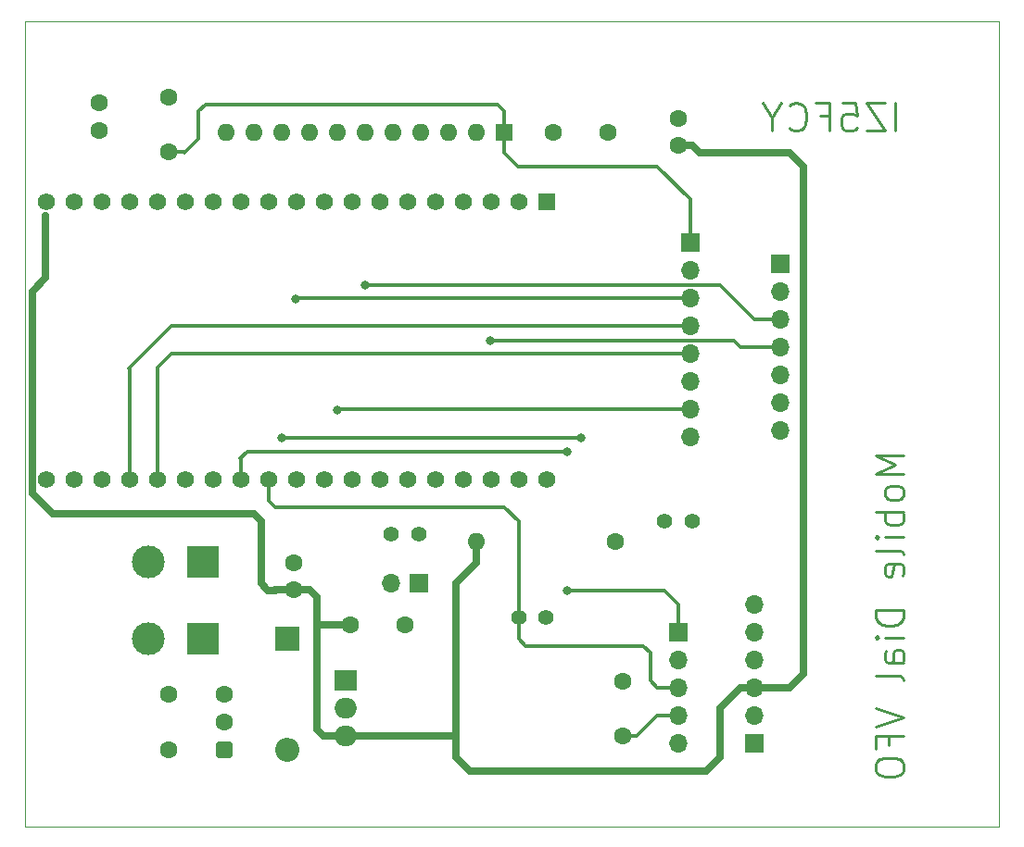
<source format=gbr>
%TF.GenerationSoftware,KiCad,Pcbnew,(6.0.5)*%
%TF.CreationDate,2022-11-22T17:26:58+01:00*%
%TF.ProjectId,VFOsys_FCY_2,56464f73-7973-45f4-9643-595f322e6b69,rev?*%
%TF.SameCoordinates,Original*%
%TF.FileFunction,Copper,L2,Bot*%
%TF.FilePolarity,Positive*%
%FSLAX45Y45*%
G04 Gerber Fmt 4.5, Leading zero omitted, Abs format (unit mm)*
G04 Created by KiCad (PCBNEW (6.0.5)) date 2022-11-22 17:26:58*
%MOMM*%
%LPD*%
G01*
G04 APERTURE LIST*
G04 Aperture macros list*
%AMRoundRect*
0 Rectangle with rounded corners*
0 $1 Rounding radius*
0 $2 $3 $4 $5 $6 $7 $8 $9 X,Y pos of 4 corners*
0 Add a 4 corners polygon primitive as box body*
4,1,4,$2,$3,$4,$5,$6,$7,$8,$9,$2,$3,0*
0 Add four circle primitives for the rounded corners*
1,1,$1+$1,$2,$3*
1,1,$1+$1,$4,$5*
1,1,$1+$1,$6,$7*
1,1,$1+$1,$8,$9*
0 Add four rect primitives between the rounded corners*
20,1,$1+$1,$2,$3,$4,$5,0*
20,1,$1+$1,$4,$5,$6,$7,0*
20,1,$1+$1,$6,$7,$8,$9,0*
20,1,$1+$1,$8,$9,$2,$3,0*%
G04 Aperture macros list end*
%TA.AperFunction,Profile*%
%ADD10C,0.100000*%
%TD*%
%ADD11C,0.254000*%
%TA.AperFunction,NonConductor*%
%ADD12C,0.254000*%
%TD*%
%TA.AperFunction,ComponentPad*%
%ADD13R,1.700000X1.700000*%
%TD*%
%TA.AperFunction,ComponentPad*%
%ADD14O,1.700000X1.700000*%
%TD*%
%TA.AperFunction,ComponentPad*%
%ADD15C,1.600000*%
%TD*%
%TA.AperFunction,ComponentPad*%
%ADD16R,3.000000X3.000000*%
%TD*%
%TA.AperFunction,ComponentPad*%
%ADD17C,3.000000*%
%TD*%
%TA.AperFunction,ComponentPad*%
%ADD18R,2.000000X1.905000*%
%TD*%
%TA.AperFunction,ComponentPad*%
%ADD19O,2.000000X1.905000*%
%TD*%
%TA.AperFunction,ComponentPad*%
%ADD20RoundRect,0.400000X-0.400000X-0.400000X0.400000X-0.400000X0.400000X0.400000X-0.400000X0.400000X0*%
%TD*%
%TA.AperFunction,ComponentPad*%
%ADD21R,2.200000X2.200000*%
%TD*%
%TA.AperFunction,ComponentPad*%
%ADD22O,2.200000X2.200000*%
%TD*%
%TA.AperFunction,ComponentPad*%
%ADD23C,1.400000*%
%TD*%
%TA.AperFunction,ComponentPad*%
%ADD24R,1.600000X1.600000*%
%TD*%
%TA.AperFunction,ComponentPad*%
%ADD25O,1.600000X1.600000*%
%TD*%
%TA.AperFunction,ComponentPad*%
%ADD26R,1.560000X1.560000*%
%TD*%
%TA.AperFunction,ComponentPad*%
%ADD27C,1.560000*%
%TD*%
%TA.AperFunction,ComponentPad*%
%ADD28C,1.562100*%
%TD*%
%TA.AperFunction,ViaPad*%
%ADD29C,0.800000*%
%TD*%
%TA.AperFunction,Conductor*%
%ADD30C,0.304800*%
%TD*%
%TA.AperFunction,Conductor*%
%ADD31C,0.635000*%
%TD*%
G04 APERTURE END LIST*
D10*
X10160000Y-13843000D02*
X10160000Y-6477000D01*
X19062700Y-6477000D02*
X19062700Y-13843000D01*
X10160000Y-6477000D02*
X19062700Y-6477000D01*
X19062700Y-13843000D02*
X10160000Y-13843000D01*
D11*
D12*
X18112619Y-7480905D02*
X18112619Y-7226905D01*
X18015857Y-7226905D02*
X17846524Y-7226905D01*
X18015857Y-7480905D01*
X17846524Y-7480905D01*
X17628810Y-7226905D02*
X17749762Y-7226905D01*
X17761857Y-7347857D01*
X17749762Y-7335762D01*
X17725571Y-7323667D01*
X17665095Y-7323667D01*
X17640905Y-7335762D01*
X17628810Y-7347857D01*
X17616714Y-7372048D01*
X17616714Y-7432524D01*
X17628810Y-7456714D01*
X17640905Y-7468809D01*
X17665095Y-7480905D01*
X17725571Y-7480905D01*
X17749762Y-7468809D01*
X17761857Y-7456714D01*
X17423190Y-7347857D02*
X17507857Y-7347857D01*
X17507857Y-7480905D02*
X17507857Y-7226905D01*
X17386905Y-7226905D01*
X17145000Y-7456714D02*
X17157095Y-7468809D01*
X17193381Y-7480905D01*
X17217571Y-7480905D01*
X17253857Y-7468809D01*
X17278048Y-7444619D01*
X17290143Y-7420428D01*
X17302238Y-7372048D01*
X17302238Y-7335762D01*
X17290143Y-7287381D01*
X17278048Y-7263190D01*
X17253857Y-7239000D01*
X17217571Y-7226905D01*
X17193381Y-7226905D01*
X17157095Y-7239000D01*
X17145000Y-7251095D01*
X16987762Y-7359952D02*
X16987762Y-7480905D01*
X17072429Y-7226905D02*
X16987762Y-7359952D01*
X16903095Y-7226905D01*
D11*
D12*
X18187005Y-10449076D02*
X17933005Y-10449076D01*
X18114433Y-10533743D01*
X17933005Y-10618410D01*
X18187005Y-10618410D01*
X18187005Y-10775648D02*
X18174910Y-10751457D01*
X18162814Y-10739362D01*
X18138624Y-10727267D01*
X18066052Y-10727267D01*
X18041862Y-10739362D01*
X18029767Y-10751457D01*
X18017671Y-10775648D01*
X18017671Y-10811933D01*
X18029767Y-10836124D01*
X18041862Y-10848219D01*
X18066052Y-10860314D01*
X18138624Y-10860314D01*
X18162814Y-10848219D01*
X18174910Y-10836124D01*
X18187005Y-10811933D01*
X18187005Y-10775648D01*
X18187005Y-10969171D02*
X17933005Y-10969171D01*
X18029767Y-10969171D02*
X18017671Y-10993362D01*
X18017671Y-11041743D01*
X18029767Y-11065933D01*
X18041862Y-11078029D01*
X18066052Y-11090124D01*
X18138624Y-11090124D01*
X18162814Y-11078029D01*
X18174910Y-11065933D01*
X18187005Y-11041743D01*
X18187005Y-10993362D01*
X18174910Y-10969171D01*
X18187005Y-11198981D02*
X18017671Y-11198981D01*
X17933005Y-11198981D02*
X17945100Y-11186886D01*
X17957195Y-11198981D01*
X17945100Y-11211076D01*
X17933005Y-11198981D01*
X17957195Y-11198981D01*
X18187005Y-11356219D02*
X18174910Y-11332028D01*
X18150719Y-11319933D01*
X17933005Y-11319933D01*
X18174910Y-11549743D02*
X18187005Y-11525552D01*
X18187005Y-11477171D01*
X18174910Y-11452981D01*
X18150719Y-11440886D01*
X18053957Y-11440886D01*
X18029767Y-11452981D01*
X18017671Y-11477171D01*
X18017671Y-11525552D01*
X18029767Y-11549743D01*
X18053957Y-11561838D01*
X18078148Y-11561838D01*
X18102338Y-11440886D01*
X18187005Y-11864219D02*
X17933005Y-11864219D01*
X17933005Y-11924695D01*
X17945100Y-11960981D01*
X17969290Y-11985171D01*
X17993481Y-11997267D01*
X18041862Y-12009362D01*
X18078148Y-12009362D01*
X18126529Y-11997267D01*
X18150719Y-11985171D01*
X18174910Y-11960981D01*
X18187005Y-11924695D01*
X18187005Y-11864219D01*
X18187005Y-12118219D02*
X18017671Y-12118219D01*
X17933005Y-12118219D02*
X17945100Y-12106124D01*
X17957195Y-12118219D01*
X17945100Y-12130314D01*
X17933005Y-12118219D01*
X17957195Y-12118219D01*
X18187005Y-12348028D02*
X18053957Y-12348028D01*
X18029767Y-12335933D01*
X18017671Y-12311743D01*
X18017671Y-12263362D01*
X18029767Y-12239171D01*
X18174910Y-12348028D02*
X18187005Y-12323838D01*
X18187005Y-12263362D01*
X18174910Y-12239171D01*
X18150719Y-12227076D01*
X18126529Y-12227076D01*
X18102338Y-12239171D01*
X18090243Y-12263362D01*
X18090243Y-12323838D01*
X18078148Y-12348028D01*
X18187005Y-12505267D02*
X18174910Y-12481076D01*
X18150719Y-12468981D01*
X17933005Y-12468981D01*
X17933005Y-12759267D02*
X18187005Y-12843933D01*
X17933005Y-12928600D01*
X18053957Y-13097933D02*
X18053957Y-13013267D01*
X18187005Y-13013267D02*
X17933005Y-13013267D01*
X17933005Y-13134219D01*
X17933005Y-13279362D02*
X17933005Y-13327743D01*
X17945100Y-13351933D01*
X17969290Y-13376124D01*
X18017671Y-13388219D01*
X18102338Y-13388219D01*
X18150719Y-13376124D01*
X18174910Y-13351933D01*
X18187005Y-13327743D01*
X18187005Y-13279362D01*
X18174910Y-13255171D01*
X18150719Y-13230981D01*
X18102338Y-13218886D01*
X18017671Y-13218886D01*
X17969290Y-13230981D01*
X17945100Y-13255171D01*
X17933005Y-13279362D01*
D13*
%TO.P,J5,1,Pin_1*%
%TO.N,GND*%
X13761524Y-11617637D03*
D14*
%TO.P,J5,2,Pin_2*%
%TO.N,Net-(C9-Pad1)*%
X13507524Y-11617637D03*
%TD*%
D15*
%TO.P,C10,1*%
%TO.N,Net-(C10-Pad1)*%
X15621000Y-13017500D03*
%TO.P,C10,2*%
%TO.N,GND*%
X15621000Y-12517500D03*
%TD*%
D13*
%TO.P,J3,1,Pin_1*%
%TO.N,Net-(C7-Pad1)*%
X16129000Y-12065500D03*
D14*
%TO.P,J3,2,Pin_2*%
%TO.N,GND*%
X16129000Y-12319500D03*
%TO.P,J3,3,Pin_3*%
%TO.N,Net-(C8-Pad1)*%
X16129000Y-12573500D03*
%TO.P,J3,4,Pin_4*%
%TO.N,Net-(C10-Pad1)*%
X16129000Y-12827500D03*
%TO.P,J3,5,Pin_5*%
%TO.N,GND*%
X16129000Y-13081500D03*
%TD*%
D16*
%TO.P,J11,1,Pin_1*%
%TO.N,Net-(J11-Pad1)*%
X11788526Y-11427137D03*
D17*
%TO.P,J11,2,Pin_2*%
%TO.N,GND*%
X11288526Y-11427137D03*
%TD*%
D13*
%TO.P,J8,1,Pin_1*%
%TO.N,GND*%
X16827500Y-13081000D03*
D14*
%TO.P,J8,2,Pin_2*%
%TO.N,unconnected-(J8-Pad2)*%
X16827500Y-12827000D03*
%TO.P,J8,3,Pin_3*%
%TO.N,Net-(C1-Pad1)*%
X16827500Y-12573000D03*
%TO.P,J8,4,Pin_4*%
%TO.N,unconnected-(J8-Pad4)*%
X16827500Y-12319000D03*
%TO.P,J8,5,Pin_5*%
%TO.N,Net-(C8-Pad1)*%
X16827500Y-12065000D03*
%TO.P,J8,6,Pin_6*%
%TO.N,Net-(C7-Pad1)*%
X16827500Y-11811000D03*
%TD*%
D16*
%TO.P,J1,1,Pin_1*%
%TO.N,Net-(J1-Pad1)*%
X11788526Y-12125637D03*
D17*
%TO.P,J1,2,Pin_2*%
%TO.N,GND*%
X11288526Y-12125637D03*
%TD*%
D18*
%TO.P,U1,1,VI*%
%TO.N,Net-(D1-Pad1)*%
X13092026Y-12506637D03*
D19*
%TO.P,U1,2,GND*%
%TO.N,GND*%
X13092026Y-12760637D03*
%TO.P,U1,3,VO*%
%TO.N,Net-(C1-Pad1)*%
X13092026Y-13014637D03*
%TD*%
D13*
%TO.P,J4,1,Pin_1*%
%TO.N,Net-(C5-Pad1)*%
X17063027Y-8696637D03*
D14*
%TO.P,J4,2,Pin_2*%
%TO.N,GND*%
X17063027Y-8950637D03*
%TO.P,J4,3,Pin_3*%
%TO.N,Net-(J4-Pad3)*%
X17063027Y-9204637D03*
%TO.P,J4,4,Pin_4*%
%TO.N,Net-(J4-Pad4)*%
X17063027Y-9458637D03*
%TO.P,J4,5,Pin_5*%
%TO.N,unconnected-(J4-Pad5)*%
X17063027Y-9712637D03*
%TO.P,J4,6,Pin_6*%
%TO.N,unconnected-(J4-Pad6)*%
X17063027Y-9966637D03*
%TO.P,J4,7,Pin_7*%
%TO.N,unconnected-(J4-Pad7)*%
X17063027Y-10220637D03*
%TD*%
D15*
%TO.P,SW1,*%
%TO.N,*%
X11476025Y-13141637D03*
X11476025Y-12633637D03*
D20*
%TO.P,SW1,1,A*%
%TO.N,Net-(J1-Pad1)*%
X11984025Y-13141637D03*
D15*
%TO.P,SW1,2,B*%
%TO.N,Net-(D1-Pad2)*%
X11984025Y-12887637D03*
%TO.P,SW1,3,C*%
%TO.N,Net-(J11-Pad1)*%
X11984025Y-12633637D03*
%TD*%
D21*
%TO.P,D1,1,K*%
%TO.N,Net-(D1-Pad1)*%
X12554527Y-12125637D03*
D22*
%TO.P,D1,2,A*%
%TO.N,Net-(D1-Pad2)*%
X12554527Y-13141637D03*
%TD*%
D23*
%TO.P,C8,1*%
%TO.N,Net-(C8-Pad1)*%
X14670499Y-11935137D03*
%TO.P,C8,2*%
%TO.N,GND*%
X14920499Y-11935137D03*
%TD*%
D15*
%TO.P,C2,1*%
%TO.N,Net-(C1-Pad1)*%
X12618027Y-11679138D03*
%TO.P,C2,2*%
%TO.N,GND*%
X12618027Y-11429138D03*
%TD*%
%TO.P,C3,1*%
%TO.N,Net-(C1-Pad1)*%
X16129000Y-7618000D03*
%TO.P,C3,2*%
%TO.N,GND*%
X16129000Y-7368000D03*
%TD*%
%TO.P,C5,1*%
%TO.N,Net-(C5-Pad1)*%
X10840027Y-7478403D03*
%TO.P,C5,2*%
%TO.N,GND*%
X10840027Y-7228403D03*
%TD*%
D24*
%TO.P,RN1,1,common*%
%TO.N,Net-(C5-Pad1)*%
X14541500Y-7493000D03*
D25*
%TO.P,RN1,2,R1*%
%TO.N,unconnected-(RN1-Pad2)*%
X14287500Y-7493000D03*
%TO.P,RN1,3,R2*%
%TO.N,unconnected-(RN1-Pad3)*%
X14033500Y-7493000D03*
%TO.P,RN1,4,R3*%
%TO.N,unconnected-(RN1-Pad4)*%
X13779500Y-7493000D03*
%TO.P,RN1,5,R4*%
%TO.N,Net-(J4-Pad4)*%
X13525500Y-7493000D03*
%TO.P,RN1,6,R5*%
%TO.N,Net-(J4-Pad3)*%
X13271500Y-7493000D03*
%TO.P,RN1,7,R6*%
%TO.N,Net-(C9-Pad1)*%
X13017500Y-7493000D03*
%TO.P,RN1,8,R7*%
%TO.N,Net-(C10-Pad1)*%
X12763500Y-7493000D03*
%TO.P,RN1,9,R8*%
%TO.N,Net-(C7-Pad1)*%
X12509500Y-7493000D03*
%TO.P,RN1,10,R9*%
%TO.N,Net-(C8-Pad1)*%
X12255500Y-7493000D03*
%TO.P,RN1,11,R10*%
%TO.N,unconnected-(RN1-Pad11)*%
X12001500Y-7493000D03*
%TD*%
D15*
%TO.P,C1,1*%
%TO.N,Net-(C1-Pad1)*%
X13134025Y-11998637D03*
%TO.P,C1,2*%
%TO.N,GND*%
X13634025Y-11998637D03*
%TD*%
D23*
%TO.P,C9,1*%
%TO.N,Net-(C9-Pad1)*%
X13507027Y-11173137D03*
%TO.P,C9,2*%
%TO.N,GND*%
X13757027Y-11173137D03*
%TD*%
%TO.P,C7,1*%
%TO.N,Net-(C7-Pad1)*%
X16254001Y-11049000D03*
%TO.P,C7,2*%
%TO.N,GND*%
X16004001Y-11049000D03*
%TD*%
D15*
%TO.P,R3,1*%
%TO.N,Net-(J2-Pad8)*%
X15557500Y-11239500D03*
D25*
%TO.P,R3,2*%
%TO.N,Net-(C1-Pad1)*%
X14287500Y-11239500D03*
%TD*%
D15*
%TO.P,C6,1*%
%TO.N,Net-(C5-Pad1)*%
X11475027Y-7676639D03*
%TO.P,C6,2*%
%TO.N,GND*%
X11475027Y-7176639D03*
%TD*%
D26*
%TO.P,U2,1,Vin_5V*%
%TO.N,Net-(C1-Pad1)*%
X14930000Y-8128000D03*
D27*
%TO.P,U2,2,CMD*%
%TO.N,unconnected-(U2-Pad2)*%
X14676000Y-8128000D03*
%TO.P,U2,3,D3*%
%TO.N,unconnected-(U2-Pad3)*%
X14422000Y-8128000D03*
%TO.P,U2,4,D2*%
%TO.N,unconnected-(U2-Pad4)*%
X14168000Y-8128000D03*
%TO.P,U2,5,GPIO13*%
%TO.N,unconnected-(U2-Pad5)*%
X13914000Y-8128000D03*
%TO.P,U2,6,GND*%
%TO.N,GND*%
X13660000Y-8128000D03*
%TO.P,U2,7,IO12*%
%TO.N,unconnected-(U2-Pad7)*%
X13406000Y-8128000D03*
%TO.P,U2,8,IO14*%
%TO.N,unconnected-(U2-Pad8)*%
X13152000Y-8128000D03*
%TO.P,U2,9,IO27*%
%TO.N,unconnected-(U2-Pad9)*%
X12898000Y-8128000D03*
%TO.P,U2,10,IO26*%
%TO.N,Net-(C9-Pad1)*%
X12644001Y-8128000D03*
D28*
%TO.P,U2,11,IO25*%
%TO.N,Net-(C10-Pad1)*%
X12390001Y-8128000D03*
%TO.P,U2,12,IO33*%
%TO.N,unconnected-(U2-Pad12)*%
X12136001Y-8128000D03*
D27*
%TO.P,U2,13,IO32*%
%TO.N,unconnected-(U2-Pad13)*%
X11882000Y-8128000D03*
%TO.P,U2,14,IO35*%
%TO.N,unconnected-(U2-Pad14)*%
X11628000Y-8128000D03*
%TO.P,U2,15,IO34*%
%TO.N,unconnected-(U2-Pad15)*%
X11374000Y-8128000D03*
%TO.P,U2,16,SVN*%
%TO.N,unconnected-(U2-Pad16)*%
X11120000Y-8128000D03*
%TO.P,U2,17,SVP*%
%TO.N,unconnected-(U2-Pad17)*%
X10866000Y-8128000D03*
%TO.P,U2,18,Reset*%
%TO.N,unconnected-(U2-Pad18)*%
X10612000Y-8128000D03*
%TO.P,U2,19,V_3v3*%
%TO.N,Net-(C5-Pad1)*%
X10358000Y-8128000D03*
%TO.P,U2,20,GND*%
%TO.N,GND*%
X14930000Y-10668000D03*
%TO.P,U2,21,(mosi)IO23*%
%TO.N,Net-(J2-Pad6)*%
X14676000Y-10668000D03*
%TO.P,U2,22,(scl)IO22*%
%TO.N,Net-(J4-Pad4)*%
X14422000Y-10668000D03*
%TO.P,U2,23,TX_D0*%
%TO.N,unconnected-(U2-Pad23)*%
X14168000Y-10668000D03*
%TO.P,U2,24,RX_D0*%
%TO.N,unconnected-(U2-Pad24)*%
X13914000Y-10668000D03*
%TO.P,U2,25,(sda)IO21*%
%TO.N,Net-(J4-Pad3)*%
X13660000Y-10668000D03*
%TO.P,U2,26,GND*%
%TO.N,GND*%
X13406000Y-10668000D03*
%TO.P,U2,27,(miso)IO19*%
%TO.N,unconnected-(U2-Pad27)*%
X13152000Y-10668000D03*
%TO.P,U2,28,(sck)IO18*%
%TO.N,Net-(J2-Pad7)*%
X12898000Y-10668000D03*
%TO.P,U2,29,(ss)IO5*%
%TO.N,Net-(J2-Pad3)*%
X12644000Y-10668000D03*
%TO.P,U2,30,(txd)IO17*%
%TO.N,Net-(C8-Pad1)*%
X12390001Y-10668000D03*
%TO.P,U2,31,(rxd)IO16*%
%TO.N,Net-(C7-Pad1)*%
X12136001Y-10668000D03*
%TO.P,U2,32,(adc2_0)IO4*%
%TO.N,unconnected-(U2-Pad32)*%
X11882000Y-10668000D03*
%TO.P,U2,33,(adc2_1)IO0*%
%TO.N,unconnected-(U2-Pad33)*%
X11628000Y-10668000D03*
%TO.P,U2,34,(adc2_2)IO2*%
%TO.N,Net-(J2-Pad5)*%
X11374000Y-10668000D03*
%TO.P,U2,35,(adc2_3)IO15*%
%TO.N,Net-(J2-Pad4)*%
X11120000Y-10668000D03*
%TO.P,U2,36,FLASH_D1*%
%TO.N,unconnected-(U2-Pad36)*%
X10866000Y-10668000D03*
%TO.P,U2,37,FLASH_D0*%
%TO.N,unconnected-(U2-Pad37)*%
X10612000Y-10668000D03*
%TO.P,U2,38,FLASH_SCK*%
%TO.N,unconnected-(U2-Pad38)*%
X10358000Y-10668000D03*
%TD*%
D13*
%TO.P,J2,1,Pin_1*%
%TO.N,Net-(C5-Pad1)*%
X16237527Y-8507639D03*
D14*
%TO.P,J2,2,Pin_2*%
%TO.N,GND*%
X16237527Y-8761639D03*
%TO.P,J2,3,Pin_3*%
%TO.N,Net-(J2-Pad3)*%
X16237527Y-9015639D03*
%TO.P,J2,4,Pin_4*%
%TO.N,Net-(J2-Pad4)*%
X16237527Y-9269639D03*
%TO.P,J2,5,Pin_5*%
%TO.N,Net-(J2-Pad5)*%
X16237527Y-9523639D03*
%TO.P,J2,6,Pin_6*%
%TO.N,Net-(J2-Pad6)*%
X16237527Y-9777639D03*
%TO.P,J2,7,Pin_7*%
%TO.N,Net-(J2-Pad7)*%
X16237527Y-10031639D03*
%TO.P,J2,8,Pin_8*%
%TO.N,Net-(J2-Pad8)*%
X16237527Y-10285639D03*
%TD*%
D15*
%TO.P,C4,1*%
%TO.N,Net-(C1-Pad1)*%
X14986000Y-7493000D03*
%TO.P,C4,2*%
%TO.N,GND*%
X15486000Y-7493000D03*
%TD*%
D29*
%TO.N,Net-(C10-Pad1)*%
X15240000Y-10287000D03*
X12509500Y-10287000D03*
%TO.N,Net-(J4-Pad3)*%
X13271500Y-8890000D03*
%TO.N,Net-(J4-Pad4)*%
X14414500Y-9398000D03*
%TO.N,Net-(C7-Pad1)*%
X15113000Y-11684000D03*
X15113000Y-10414000D03*
%TO.N,Net-(J2-Pad3)*%
X12636500Y-9017000D03*
%TO.N,Net-(J2-Pad7)*%
X13017500Y-10033000D03*
%TD*%
D30*
%TO.N,Net-(C10-Pad1)*%
X15939000Y-12827500D02*
X15938500Y-12827000D01*
X15748000Y-13017500D02*
X15621000Y-13017500D01*
X16129000Y-12827500D02*
X15939000Y-12827500D01*
X15240000Y-10287000D02*
X12509500Y-10287000D01*
X15938500Y-12827000D02*
X15748000Y-13017500D01*
%TO.N,Net-(C5-Pad1)*%
X11747500Y-7302500D02*
X11811000Y-7239000D01*
X11747500Y-7556500D02*
X11747500Y-7302500D01*
X16237527Y-8109527D02*
X16237527Y-8507639D01*
X11620500Y-7683500D02*
X11747500Y-7556500D01*
X11811000Y-7239000D02*
X14478000Y-7239000D01*
X11475027Y-7676639D02*
X11613639Y-7676639D01*
X14541500Y-7683500D02*
X14668500Y-7810500D01*
X14668500Y-7810500D02*
X15938500Y-7810500D01*
X14478000Y-7239000D02*
X14541500Y-7302500D01*
X14541500Y-7493000D02*
X14541500Y-7683500D01*
X15938500Y-7810500D02*
X16237527Y-8109527D01*
X14541500Y-7302500D02*
X14541500Y-7493000D01*
X11613639Y-7676639D02*
X11620500Y-7683500D01*
%TO.N,Net-(J4-Pad3)*%
X17063027Y-9204637D02*
X16824637Y-9204637D01*
X16510000Y-8890000D02*
X13271500Y-8890000D01*
X16824637Y-9204637D02*
X16510000Y-8890000D01*
%TO.N,Net-(J4-Pad4)*%
X16637000Y-9398000D02*
X14414500Y-9398000D01*
X16827500Y-9461500D02*
X16700500Y-9461500D01*
X17063027Y-9458637D02*
X16830363Y-9458637D01*
X16700500Y-9461500D02*
X16637000Y-9398000D01*
X16830363Y-9458637D02*
X16827500Y-9461500D01*
%TO.N,Net-(C7-Pad1)*%
X16002000Y-11684000D02*
X16129000Y-11811000D01*
X16129000Y-11811000D02*
X16129000Y-12065500D01*
X15113000Y-11684000D02*
X16002000Y-11684000D01*
X12128500Y-10477500D02*
X12192000Y-10414000D01*
X12136001Y-10668000D02*
X12136001Y-10485001D01*
X12136001Y-10485001D02*
X12128500Y-10477500D01*
X12192000Y-10414000D02*
X15113000Y-10414000D01*
%TO.N,Net-(J2-Pad3)*%
X12636500Y-9017000D02*
X12637861Y-9015639D01*
X12636500Y-10660500D02*
X12644000Y-10668000D01*
X12637861Y-9015639D02*
X16237527Y-9015639D01*
%TO.N,Net-(J2-Pad4)*%
X16237527Y-9269639D02*
X11494861Y-9269639D01*
X11120000Y-9659500D02*
X11120000Y-10668000D01*
X11112500Y-9652000D02*
X11120000Y-9659500D01*
X11494861Y-9269639D02*
X11112500Y-9652000D01*
%TO.N,Net-(C8-Pad1)*%
X15875000Y-12509500D02*
X15939000Y-12573500D01*
X15875000Y-12255500D02*
X15875000Y-12509500D01*
X12390001Y-10668000D02*
X12390001Y-10866001D01*
X14732000Y-12192000D02*
X15811500Y-12192000D01*
X15939000Y-12573500D02*
X16129000Y-12573500D01*
X14670499Y-12130499D02*
X14732000Y-12192000D01*
X14670499Y-11050999D02*
X14670499Y-11935137D01*
X14670499Y-11935137D02*
X14670499Y-12130499D01*
X15811500Y-12192000D02*
X15875000Y-12255500D01*
X14541500Y-10922000D02*
X14670499Y-11050999D01*
X12446000Y-10922000D02*
X14541500Y-10922000D01*
X12390001Y-10866001D02*
X12446000Y-10922000D01*
%TO.N,Net-(J2-Pad5)*%
X11494861Y-9523639D02*
X11374000Y-9644500D01*
X16237527Y-9523639D02*
X11494861Y-9523639D01*
X11374000Y-9644500D02*
X11374000Y-10668000D01*
%TO.N,Net-(J2-Pad7)*%
X16237527Y-10031639D02*
X13018861Y-10031639D01*
D31*
%TO.N,Net-(C1-Pad1)*%
X17272000Y-7810500D02*
X17272000Y-12446000D01*
X12829863Y-11750363D02*
X12829863Y-11998637D01*
X12255500Y-10985500D02*
X10414000Y-10985500D01*
X16700500Y-12573000D02*
X16827500Y-12573000D01*
X10228299Y-8948701D02*
X10350500Y-8826500D01*
X12827000Y-12954000D02*
X12827000Y-12001500D01*
X12887637Y-13014637D02*
X12827000Y-12954000D01*
X16383000Y-13335000D02*
X16510000Y-13208000D01*
X14097000Y-13208000D02*
X14224000Y-13335000D01*
X12829863Y-11998637D02*
X13134025Y-11998637D01*
X17145000Y-7683500D02*
X17272000Y-7810500D01*
X16129000Y-7618000D02*
X16257791Y-7618000D01*
X14097000Y-13017500D02*
X14097000Y-13208000D01*
X12618027Y-11679138D02*
X12758638Y-11679138D01*
X10414000Y-10985500D02*
X10228299Y-10799799D01*
X12319000Y-11620500D02*
X12319000Y-11049000D01*
X14097000Y-11620500D02*
X14287500Y-11430000D01*
X16257791Y-7618000D02*
X16323291Y-7683500D01*
X17145000Y-12573000D02*
X16827500Y-12573000D01*
X12758638Y-11679138D02*
X12829863Y-11750363D01*
X10350500Y-8826500D02*
X10350500Y-8257701D01*
X12446000Y-11684000D02*
X12382500Y-11684000D01*
X10228299Y-10799799D02*
X10228299Y-8948701D01*
X14287500Y-11430000D02*
X14287500Y-11239500D01*
X12450862Y-11679138D02*
X12446000Y-11684000D01*
X16510000Y-13208000D02*
X16510000Y-12763500D01*
X13092026Y-13014637D02*
X12887637Y-13014637D01*
X12319000Y-11049000D02*
X12255500Y-10985500D01*
X14097000Y-13017500D02*
X14097000Y-11620500D01*
X16510000Y-12763500D02*
X16700500Y-12573000D01*
X12382500Y-11684000D02*
X12319000Y-11620500D01*
X14094137Y-13014637D02*
X14097000Y-13017500D01*
X14224000Y-13335000D02*
X16383000Y-13335000D01*
X13092026Y-13014637D02*
X14094137Y-13014637D01*
X17272000Y-12446000D02*
X17145000Y-12573000D01*
X16323291Y-7683500D02*
X17145000Y-7683500D01*
X12618027Y-11679138D02*
X12450862Y-11679138D01*
X12827000Y-12001500D02*
X12829863Y-11998637D01*
%TD*%
M02*

</source>
